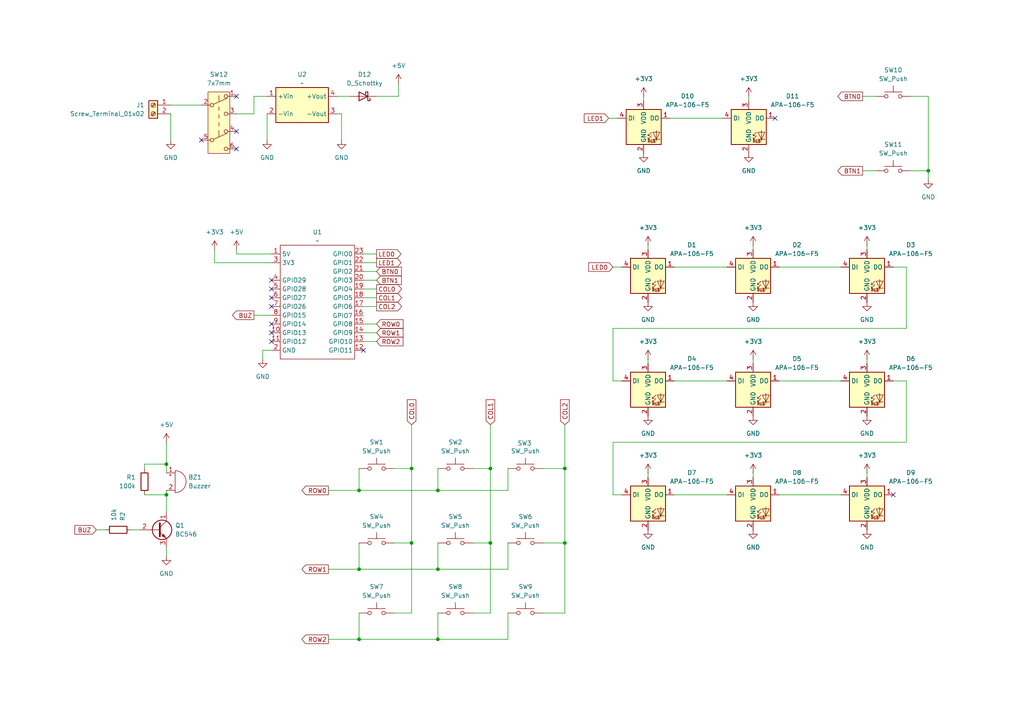
<source format=kicad_sch>
(kicad_sch (version 20250114) (generator "eeschema") (generator_version "9.0")
  (paper "A4")
  (lib_symbols
    (symbol "Connector:Screw_Terminal_01x02" (pin_names (offset 1.016) (hide yes))
      (property "Reference" "J" (at 0 2.54 0))
      (property "Value" "Screw_Terminal_01x02" (at 0 -5.08 0))
      (symbol "Screw_Terminal_01x02_1_1"
        (rectangle (start -1.27 1.27) (end 1.27 -3.81) (stroke (width 0.254)) (fill (type background)))
        (polyline (pts (xy -0.5334 0.3302) (xy 0.3302 -0.508)) (stroke (width 0.1524)))
        (polyline (pts (xy -0.5334 -2.2098) (xy 0.3302 -3.048)) (stroke (width 0.1524)))
        (polyline (pts (xy -0.3556 0.508) (xy 0.508 -0.3302)) (stroke (width 0.1524)))
        (polyline (pts (xy -0.3556 -2.032) (xy 0.508 -2.8702)) (stroke (width 0.1524)))
        (circle (center 0 0) (radius 0.635) (stroke (width 0.1524)))
        (circle (center 0 -2.54) (radius 0.635) (stroke (width 0.1524)))
        (pin passive line (at -5.08 0 0) (length 3.81) (name "Pin_1") (number "1"))
        (pin passive line (at -5.08 -2.54 0) (length 3.81) (name "Pin_2") (number "2"))
      )
    )
    (symbol "Device:Buzzer" (pin_names (offset 0.0254) (hide yes))
      (property "Reference" "BZ" (at 3.81 1.27 0))
      (property "Value" "Buzzer" (at 3.81 -1.27 0))
      (symbol "Buzzer_0_1"
        (polyline (pts (xy -1.651 1.905) (xy -1.143 1.905)))
        (polyline (pts (xy -1.397 2.159) (xy -1.397 1.651)))
        (arc (start 0 3.175) (mid 3.1612 0) (end 0 -3.175))
        (polyline (pts (xy 0 3.175) (xy 0 -3.175)))
      )
      (symbol "Buzzer_1_1"
        (pin passive line (at -2.54 2.54 0) (length 2.54) (name "+") (number "1"))
        (pin passive line (at -2.54 -2.54 0) (length 2.54) (name "-") (number "2"))
      )
    )
    (symbol "Device:D_Schottky" (pin_numbers (hide yes)) (pin_names (offset 1.016) (hide yes))
      (property "Reference" "D" (at 0 2.54 0))
      (property "Value" "D_Schottky" (at 0 -2.54 0))
      (symbol "D_Schottky_0_1"
        (polyline (pts (xy -1.905 0.635) (xy -1.905 1.27) (xy -1.27 1.27) (xy -1.27 -1.27) (xy -0.635 -1.27) (xy -0.635 -0.635)) (stroke (width 0.254)))
        (polyline (pts (xy 1.27 1.27) (xy 1.27 -1.27) (xy -1.27 0) (xy 1.27 1.27)) (stroke (width 0.254)))
        (polyline (pts (xy 1.27 0) (xy -1.27 0)))
      )
      (symbol "D_Schottky_1_1"
        (pin passive line (at -3.81 0 0) (length 2.54) (name "K") (number "1"))
        (pin passive line (at 3.81 0 180) (length 2.54) (name "A") (number "2"))
      )
    )
    (symbol "Device:R" (pin_numbers (hide yes)) (pin_names (offset 0))
      (property "Reference" "R" (at 2.032 0 90))
      (property "Value" "R" (at 0 0 90))
      (symbol "R_0_1"
        (rectangle (start -1.016 -2.54) (end 1.016 2.54) (stroke (width 0.254)))
      )
      (symbol "R_1_1"
        (pin passive line (at 0 3.81 270) (length 1.27) (name "~") (number "1"))
        (pin passive line (at 0 -3.81 90) (length 1.27) (name "~") (number "2"))
      )
    )
    (symbol "Krouzek:DC-DC"
      (property "Reference" "U" (at -6.858 -6.35 0))
      (symbol "DC-DC_0_1"
        (rectangle (start -7.62 5.08) (end 7.62 -5.08) (stroke (width 0.254)) (fill (type background)))
      )
      (symbol "DC-DC_1_1"
        (pin power_in line (at -10.16 2.54 0) (length 2.54) (name "+Vin") (number "1"))
        (pin power_in line (at -10.16 -2.54 0) (length 2.54) (name "-Vin") (number "2"))
        (pin power_out line (at 10.16 2.54 180) (length 2.54) (name "+Vout") (number "4"))
        (pin power_out line (at 10.16 -2.54 180) (length 2.54) (name "-Vout") (number "3"))
      )
    )
    (symbol "Krouzek:SW_Push_DPDT" (pin_names (offset 0) (hide yes))
      (property "Reference" "SW4" (at 0 13.97 0))
      (property "Value" "7x7mm" (at 0 11.43 0))
      (symbol "SW_Push_DPDT_0_0"
        (circle (center -2.032 5.08) (radius 0.508))
        (circle (center -2.032 -5.08) (radius 0.508))
        (circle (center 2.032 2.54) (radius 0.508))
        (circle (center 2.032 -7.62) (radius 0.508))
      )
      (symbol "SW_Push_DPDT_0_1"
        (polyline (pts (xy -1.524 5.334) (xy 2.3368 7.0612)))
        (polyline (pts (xy -1.524 -4.826) (xy 2.3368 -3.0988)))
        (polyline (pts (xy 0 7.874) (xy 0 6.096)))
        (polyline (pts (xy 0 3.556) (xy 0 4.572)))
        (polyline (pts (xy 0 1.27) (xy 0 2.286)))
        (polyline (pts (xy 0 -1.016) (xy 0 0)))
        (polyline (pts (xy 0 -2.286) (xy 0 -4.064)))
        (circle (center 2.032 7.62) (radius 0.508))
        (circle (center 2.032 -2.54) (radius 0.508))
      )
      (symbol "SW_Push_DPDT_1_1"
        (rectangle (start -3.175 8.89) (end 3.175 -8.89) (fill (type background)))
        (pin passive line (at -5.08 5.08 0) (length 2.54) (name "B") (number "2"))
        (pin passive line (at -5.08 -5.08 0) (length 2.54) (name "B") (number "5"))
        (pin passive line (at 5.08 7.62 180) (length 2.54) (name "A") (number "1"))
        (pin passive line (at 5.08 2.54 180) (length 2.54) (name "C") (number "3"))
        (pin passive line (at 5.08 -2.54 180) (length 2.54) (name "A") (number "4"))
        (pin passive line (at 5.08 -7.62 180) (length 2.54) (name "C") (number "6"))
      )
    )
    (symbol "Krouzek:Waveshare_RP2040"
      (property "Reference" "U" (at -9.398 11.176 0))
      (symbol "Waveshare_RP2040_0_1"
        (polyline (pts (xy -10.16 10.16) (xy -10.16 -22.86) (xy 11.43 -22.86) (xy 11.43 10.16) (xy -10.16 10.16)))
      )
      (symbol "Waveshare_RP2040_1_1"
        (pin unspecified line (at -12.7 7.62 0) (length 2.54) (name "5V") (number "1"))
        (pin unspecified line (at -12.7 5.08 0) (length 2.54) (name "3V3") (number "3"))
        (pin bidirectional line (at -12.7 0 0) (length 2.54) (name "GPIO29") (number "4"))
        (pin bidirectional line (at -12.7 -2.54 0) (length 2.54) (name "GPIO28") (number "5"))
        (pin bidirectional line (at -12.7 -5.08 0) (length 2.54) (name "GPIO27") (number "6"))
        (pin bidirectional line (at -12.7 -7.62 0) (length 2.54) (name "GPIO26") (number "7"))
        (pin bidirectional line (at -12.7 -10.16 0) (length 2.54) (name "GPIO15") (number "8"))
        (pin bidirectional line (at -12.7 -12.7 0) (length 2.54) (name "GPIO14") (number "9"))
        (pin bidirectional line (at -12.7 -15.24 0) (length 2.54) (name "GPIO13") (number "10"))
        (pin bidirectional line (at -12.7 -17.78 0) (length 2.54) (name "GPIO12") (number "11"))
        (pin power_in line (at -12.7 -20.32 0) (length 2.54) (name "GND") (number "2"))
        (pin bidirectional line (at 13.9298 -10.2815 180) (length 2.54) (name "GPIO7") (number "16"))
        (pin bidirectional line (at 13.97 7.62 180) (length 2.54) (name "GPIO0") (number "23"))
        (pin bidirectional line (at 13.97 5.08 180) (length 2.54) (name "GPIO1") (number "22"))
        (pin bidirectional line (at 13.97 2.54 180) (length 2.54) (name "GPIO2") (number "21"))
        (pin bidirectional line (at 13.97 0 180) (length 2.54) (name "GPIO3") (number "20"))
        (pin bidirectional line (at 13.97 -2.54 180) (length 2.54) (name "GPIO4") (number "19"))
        (pin bidirectional line (at 13.97 -5.08 180) (length 2.54) (name "GPIO5") (number "18"))
        (pin bidirectional line (at 13.97 -7.62 180) (length 2.54) (name "GPIO6") (number "17"))
        (pin bidirectional line (at 13.97 -12.7 180) (length 2.54) (name "GPIO8") (number "15"))
        (pin bidirectional line (at 13.97 -15.24 180) (length 2.54) (name "GPIO9") (number "14"))
        (pin bidirectional line (at 13.97 -17.78 180) (length 2.54) (name "GPIO10") (number "13"))
        (pin bidirectional line (at 13.97 -20.32 180) (length 2.54) (name "GPIO11") (number "12"))
      )
    )
    (symbol "LED:APA-106-F5"
      (property "Reference" "D" (at 5.08 5.715 0))
      (property "Value" "APA-106-F5" (at 1.27 -5.715 0))
      (symbol "APA-106-F5_0_0"
        (text "RGB" (at 2.286 -4.191 0) (effects (font (size 0.762 0.762))))
      )
      (symbol "APA-106-F5_0_1"
        (polyline (pts (xy 1.27 -2.54) (xy 1.778 -2.54)))
        (polyline (pts (xy 1.27 -3.556) (xy 1.778 -3.556)))
        (polyline (pts (xy 2.286 -1.524) (xy 1.27 -2.54) (xy 1.27 -2.032)))
        (polyline (pts (xy 2.286 -2.54) (xy 1.27 -3.556) (xy 1.27 -3.048)))
        (polyline (pts (xy 3.683 -1.016) (xy 3.683 -3.556) (xy 3.683 -4.064)))
        (polyline (pts (xy 4.699 -1.524) (xy 2.667 -1.524) (xy 3.683 -3.556) (xy 4.699 -1.524)))
        (polyline (pts (xy 4.699 -3.556) (xy 2.667 -3.556)))
        (rectangle (start 5.08 5.08) (end -5.08 -5.08) (stroke (width 0.254)) (fill (type background)))
      )
      (symbol "APA-106-F5_1_1"
        (pin input line (at -7.62 2.54 0) (length 2.54) (name "DI") (number "4"))
        (pin power_in line (at 0 7.62 270) (length 2.54) (name "VDD") (number "3"))
        (pin power_in line (at 0 -7.62 90) (length 2.54) (name "GND") (number "2"))
        (pin output line (at 7.62 2.54 180) (length 2.54) (name "DO") (number "1"))
      )
    )
    (symbol "Switch:SW_Push" (pin_numbers (hide yes)) (pin_names (offset 1.016) (hide yes))
      (property "Reference" "SW" (at 1.27 2.54 0))
      (property "Value" "SW_Push" (at 0 -1.524 0))
      (symbol "SW_Push_0_1"
        (circle (center -2.032 0) (radius 0.508))
        (polyline (pts (xy 0 1.27) (xy 0 3.048)))
        (circle (center 2.032 0) (radius 0.508))
        (polyline (pts (xy 2.54 1.27) (xy -2.54 1.27)))
        (pin passive line (at -5.08 0 0) (length 2.54) (name "1") (number "1"))
        (pin passive line (at 5.08 0 180) (length 2.54) (name "2") (number "2"))
      )
    )
    (symbol "Transistor_BJT:BC546" (pin_names (offset 0) (hide yes))
      (property "Reference" "Q" (at 5.08 1.905 0))
      (property "Value" "BC546" (at 5.08 0 0))
      (symbol "BC546_0_1"
        (polyline (pts (xy -2.54 0) (xy 0.635 0)))
        (polyline (pts (xy 0.635 1.905) (xy 0.635 -1.905)) (stroke (width 0.508)))
        (circle (center 1.27 0) (radius 2.8194) (stroke (width 0.254)))
      )
      (symbol "BC546_1_1"
        (polyline (pts (xy 0.635 0.635) (xy 2.54 2.54)))
        (polyline (pts (xy 0.635 -0.635) (xy 2.54 -2.54)))
        (polyline (pts (xy 1.27 -1.778) (xy 1.778 -1.27) (xy 2.286 -2.286) (xy 1.27 -1.778)) (fill (type outline)))
        (pin input line (at -5.08 0 0) (length 2.54) (name "B") (number "2"))
        (pin passive line (at 2.54 5.08 270) (length 2.54) (name "C") (number "1"))
        (pin passive line (at 2.54 -5.08 90) (length 2.54) (name "E") (number "3"))
      )
    )
    (symbol "power:+3V3" (power) (pin_numbers (hide yes)) (pin_names (offset 0) (hide yes))
      (property "Value" "+3V3" (at 0 3.556 0))
      (symbol "+3V3_0_1"
        (polyline (pts (xy -0.762 1.27) (xy 0 2.54)))
        (polyline (pts (xy 0 2.54) (xy 0.762 1.27)))
        (polyline (pts (xy 0 0) (xy 0 2.54)))
      )
      (symbol "+3V3_1_1"
        (pin power_in line (at 0 0 90) (length 0) (name "~") (number "1"))
      )
    )
    (symbol "power:+5V" (power) (pin_numbers (hide yes)) (pin_names (offset 0) (hide yes))
      (property "Value" "+5V" (at 0 3.556 0))
      (symbol "+5V_0_1"
        (polyline (pts (xy -0.762 1.27) (xy 0 2.54)))
        (polyline (pts (xy 0 2.54) (xy 0.762 1.27)))
        (polyline (pts (xy 0 0) (xy 0 2.54)))
      )
      (symbol "+5V_1_1"
        (pin power_in line (at 0 0 90) (length 0) (name "~") (number "1"))
      )
    )
    (symbol "power:GND" (power) (pin_numbers (hide yes)) (pin_names (offset 0) (hide yes))
      (property "Value" "GND" (at 0 -3.81 0))
      (symbol "GND_0_1"
        (polyline (pts (xy 0 0) (xy 0 -1.27) (xy 1.27 -1.27) (xy 0 -2.54) (xy -1.27 -1.27) (xy 0 -1.27)))
      )
      (symbol "GND_1_1"
        (pin power_in line (at 0 0 270) (length 0) (name "~") (number "1"))
      )
    )
  )
  (junction (at 104.14 165.1))
  (junction (at 104.14 185.42))
  (junction (at 142.24 157.48))
  (junction (at 127 185.42))
  (junction (at 119.38 157.48))
  (junction (at 119.38 135.89))
  (junction (at 163.83 157.48))
  (junction (at 142.24 135.89))
  (junction (at 127 142.24))
  (junction (at 163.83 135.89))
  (junction (at 269.24 49.53))
  (junction (at 48.26 134.62))
  (junction (at 104.14 142.24))
  (junction (at 127 165.1))
  (junction (at 48.26 143.51))
  (no_connect (at 58.42 40.64))
  (no_connect (at 259.08 143.51))
  (no_connect (at 78.74 88.9))
  (no_connect (at 78.74 83.82))
  (no_connect (at 78.74 81.28))
  (no_connect (at 224.79 34.29))
  (no_connect (at 68.58 38.1))
  (no_connect (at 78.74 99.06))
  (no_connect (at 78.74 86.36))
  (no_connect (at 105.41 101.6))
  (no_connect (at 78.74 96.52))
  (no_connect (at 68.58 43.18))
  (no_connect (at 78.74 93.98))
  (no_connect (at 68.58 27.94))
  (wire (pts (xy 142.24 177.8) (xy 142.24 157.48)))
  (wire (pts (xy 119.38 157.48) (xy 119.38 135.89)))
  (wire (pts (xy 218.44 71.12) (xy 218.44 72.39)))
  (wire (pts (xy 49.53 30.48) (xy 58.42 30.48)))
  (wire (pts (xy 105.41 78.74) (xy 109.22 78.74)))
  (wire (pts (xy 137.16 135.89) (xy 142.24 135.89)))
  (wire (pts (xy 77.47 33.02) (xy 77.47 40.64)))
  (wire (pts (xy 105.41 73.66) (xy 109.22 73.66)))
  (wire (pts (xy 95.25 165.1) (xy 104.14 165.1)))
  (wire (pts (xy 78.74 76.2) (xy 62.23 76.2)))
  (wire (pts (xy 97.79 33.02) (xy 99.06 33.02)))
  (wire (pts (xy 41.91 135.89) (xy 41.91 134.62)))
  (wire (pts (xy 250.19 49.53) (xy 254 49.53)))
  (wire (pts (xy 217.17 27.94) (xy 217.17 29.21)))
  (wire (pts (xy 163.83 135.89) (xy 163.83 123.19)))
  (wire (pts (xy 105.41 88.9) (xy 109.22 88.9)))
  (wire (pts (xy 97.79 27.94) (xy 101.6 27.94)))
  (wire (pts (xy 104.14 165.1) (xy 127 165.1)))
  (wire (pts (xy 142.24 157.48) (xy 142.24 135.89)))
  (wire (pts (xy 186.69 27.94) (xy 186.69 29.21)))
  (wire (pts (xy 137.16 157.48) (xy 142.24 157.48)))
  (wire (pts (xy 147.32 185.42) (xy 147.32 177.8)))
  (wire (pts (xy 73.66 33.02) (xy 73.66 27.94)))
  (wire (pts (xy 262.89 128.27) (xy 177.8 128.27)))
  (wire (pts (xy 176.53 34.29) (xy 179.07 34.29)))
  (wire (pts (xy 48.26 143.51) (xy 48.26 148.59)))
  (wire (pts (xy 105.41 93.98) (xy 109.22 93.98)))
  (wire (pts (xy 250.19 27.94) (xy 254 27.94)))
  (wire (pts (xy 104.14 157.48) (xy 104.14 165.1)))
  (wire (pts (xy 218.44 104.14) (xy 218.44 105.41)))
  (wire (pts (xy 251.46 137.16) (xy 251.46 138.43)))
  (wire (pts (xy 105.41 86.36) (xy 109.22 86.36)))
  (wire (pts (xy 104.14 135.89) (xy 104.14 142.24)))
  (wire (pts (xy 264.16 49.53) (xy 269.24 49.53)))
  (wire (pts (xy 142.24 135.89) (xy 142.24 123.19)))
  (wire (pts (xy 73.66 27.94) (xy 77.47 27.94)))
  (wire (pts (xy 105.41 96.52) (xy 109.22 96.52)))
  (wire (pts (xy 163.83 157.48) (xy 163.83 135.89)))
  (wire (pts (xy 109.22 27.94) (xy 115.57 27.94)))
  (wire (pts (xy 251.46 71.12) (xy 251.46 72.39)))
  (wire (pts (xy 115.57 24.13) (xy 115.57 27.94)))
  (wire (pts (xy 157.48 177.8) (xy 163.83 177.8)))
  (wire (pts (xy 127 157.48) (xy 127 165.1)))
  (wire (pts (xy 226.06 143.51) (xy 243.84 143.51)))
  (wire (pts (xy 147.32 142.24) (xy 147.32 135.89)))
  (wire (pts (xy 259.08 77.47) (xy 262.89 77.47)))
  (wire (pts (xy 195.58 143.51) (xy 210.82 143.51)))
  (wire (pts (xy 114.3 135.89) (xy 119.38 135.89)))
  (wire (pts (xy 104.14 177.8) (xy 104.14 185.42)))
  (wire (pts (xy 226.06 77.47) (xy 243.84 77.47)))
  (wire (pts (xy 48.26 142.24) (xy 48.26 143.51)))
  (wire (pts (xy 269.24 49.53) (xy 269.24 52.07)))
  (wire (pts (xy 177.8 128.27) (xy 177.8 143.51)))
  (wire (pts (xy 251.46 104.14) (xy 251.46 105.41)))
  (wire (pts (xy 157.48 135.89) (xy 163.83 135.89)))
  (wire (pts (xy 95.25 185.42) (xy 104.14 185.42)))
  (wire (pts (xy 62.23 76.2) (xy 62.23 72.39)))
  (wire (pts (xy 262.89 77.47) (xy 262.89 95.25)))
  (wire (pts (xy 226.06 110.49) (xy 243.84 110.49)))
  (wire (pts (xy 269.24 49.53) (xy 269.24 27.94)))
  (wire (pts (xy 187.96 137.16) (xy 187.96 138.43)))
  (wire (pts (xy 41.91 143.51) (xy 48.26 143.51)))
  (wire (pts (xy 195.58 77.47) (xy 210.82 77.47)))
  (wire (pts (xy 127 185.42) (xy 147.32 185.42)))
  (wire (pts (xy 177.8 77.47) (xy 180.34 77.47)))
  (wire (pts (xy 114.3 157.48) (xy 119.38 157.48)))
  (wire (pts (xy 68.58 33.02) (xy 73.66 33.02)))
  (wire (pts (xy 194.31 34.29) (xy 209.55 34.29)))
  (wire (pts (xy 78.74 101.6) (xy 76.2 101.6)))
  (wire (pts (xy 147.32 165.1) (xy 147.32 157.48)))
  (wire (pts (xy 48.26 161.29) (xy 48.26 158.75)))
  (wire (pts (xy 104.14 185.42) (xy 127 185.42)))
  (wire (pts (xy 99.06 33.02) (xy 99.06 40.64)))
  (wire (pts (xy 114.3 177.8) (xy 119.38 177.8)))
  (wire (pts (xy 119.38 135.89) (xy 119.38 123.19)))
  (wire (pts (xy 157.48 157.48) (xy 163.83 157.48)))
  (wire (pts (xy 127 135.89) (xy 127 142.24)))
  (wire (pts (xy 68.58 73.66) (xy 68.58 72.39)))
  (wire (pts (xy 127 177.8) (xy 127 185.42)))
  (wire (pts (xy 259.08 110.49) (xy 262.89 110.49)))
  (wire (pts (xy 177.8 143.51) (xy 180.34 143.51)))
  (wire (pts (xy 41.91 134.62) (xy 48.26 134.62)))
  (wire (pts (xy 76.2 101.6) (xy 76.2 104.14)))
  (wire (pts (xy 104.14 142.24) (xy 127 142.24)))
  (wire (pts (xy 105.41 99.06) (xy 109.22 99.06)))
  (wire (pts (xy 262.89 95.25) (xy 177.8 95.25)))
  (wire (pts (xy 127 165.1) (xy 147.32 165.1)))
  (wire (pts (xy 264.16 27.94) (xy 269.24 27.94)))
  (wire (pts (xy 119.38 177.8) (xy 119.38 157.48)))
  (wire (pts (xy 27.94 153.67) (xy 30.48 153.67)))
  (wire (pts (xy 262.89 110.49) (xy 262.89 128.27)))
  (wire (pts (xy 105.41 83.82) (xy 109.22 83.82)))
  (wire (pts (xy 177.8 95.25) (xy 177.8 110.49)))
  (wire (pts (xy 218.44 137.16) (xy 218.44 138.43)))
  (wire (pts (xy 48.26 134.62) (xy 48.26 137.16)))
  (wire (pts (xy 177.8 110.49) (xy 180.34 110.49)))
  (wire (pts (xy 49.53 33.02) (xy 49.53 40.64)))
  (wire (pts (xy 137.16 177.8) (xy 142.24 177.8)))
  (wire (pts (xy 95.25 142.24) (xy 104.14 142.24)))
  (wire (pts (xy 163.83 177.8) (xy 163.83 157.48)))
  (wire (pts (xy 195.58 110.49) (xy 210.82 110.49)))
  (wire (pts (xy 127 142.24) (xy 147.32 142.24)))
  (wire (pts (xy 38.1 153.67) (xy 40.64 153.67)))
  (wire (pts (xy 78.74 73.66) (xy 68.58 73.66)))
  (wire (pts (xy 105.41 76.2) (xy 109.22 76.2)))
  (wire (pts (xy 105.41 81.28) (xy 109.22 81.28)))
  (wire (pts (xy 187.96 71.12) (xy 187.96 72.39)))
  (wire (pts (xy 73.66 91.44) (xy 78.74 91.44)))
  (wire (pts (xy 48.26 128.27) (xy 48.26 134.62)))
  (wire (pts (xy 187.96 104.14) (xy 187.96 105.41)))
  (global_label "LED0" (shape output) (at 109.22 73.66 0) (property "Intersheetrefs" "${INTERSHEET_REFS}" (effects (hide yes))))
  (global_label "LED0" (shape input) (at 177.8 77.47 180) (property "Intersheetrefs" "${INTERSHEET_REFS}" (effects (hide yes))))
  (global_label "ROW1" (shape output) (at 95.25 165.1 180) (property "Intersheetrefs" "${INTERSHEET_REFS}" (effects (hide yes))))
  (global_label "LED1" (shape input) (at 176.53 34.29 180) (property "Intersheetrefs" "${INTERSHEET_REFS}" (effects (hide yes))))
  (global_label "COL0" (shape input) (at 119.38 123.19 90) (property "Intersheetrefs" "${INTERSHEET_REFS}" (effects (hide yes))))
  (global_label "BTN0" (shape input) (at 109.22 78.74 0) (property "Intersheetrefs" "${INTERSHEET_REFS}" (effects (hide yes))))
  (global_label "COL1" (shape input) (at 142.24 123.19 90) (property "Intersheetrefs" "${INTERSHEET_REFS}" (effects (hide yes))))
  (global_label "BUZ" (shape output) (at 73.66 91.44 180) (property "Intersheetrefs" "${INTERSHEET_REFS}" (effects (hide yes))))
  (global_label "ROW2" (shape input) (at 109.22 99.06 0) (property "Intersheetrefs" "${INTERSHEET_REFS}" (effects (hide yes))))
  (global_label "COL2" (shape input) (at 163.83 123.19 90) (property "Intersheetrefs" "${INTERSHEET_REFS}" (effects (hide yes))))
  (global_label "BTN0" (shape output) (at 250.19 27.94 180) (property "Intersheetrefs" "${INTERSHEET_REFS}" (effects (hide yes))))
  (global_label "LED1" (shape output) (at 109.22 76.2 0) (property "Intersheetrefs" "${INTERSHEET_REFS}" (effects (hide yes))))
  (global_label "ROW0" (shape output) (at 95.25 142.24 180) (property "Intersheetrefs" "${INTERSHEET_REFS}" (effects (hide yes))))
  (global_label "BUZ" (shape input) (at 27.94 153.67 180) (property "Intersheetrefs" "${INTERSHEET_REFS}" (effects (hide yes))))
  (global_label "ROW2" (shape output) (at 95.25 185.42 180) (property "Intersheetrefs" "${INTERSHEET_REFS}" (effects (hide yes))))
  (global_label "ROW1" (shape input) (at 109.22 96.52 0) (property "Intersheetrefs" "${INTERSHEET_REFS}" (effects (hide yes))))
  (global_label "COL2" (shape output) (at 109.22 88.9 0) (property "Intersheetrefs" "${INTERSHEET_REFS}" (effects (hide yes))))
  (global_label "BTN1" (shape input) (at 109.22 81.28 0) (property "Intersheetrefs" "${INTERSHEET_REFS}" (effects (hide yes))))
  (global_label "ROW0" (shape input) (at 109.22 93.98 0) (property "Intersheetrefs" "${INTERSHEET_REFS}" (effects (hide yes))))
  (global_label "BTN1" (shape output) (at 250.19 49.53 180) (property "Intersheetrefs" "${INTERSHEET_REFS}" (effects (hide yes))))
  (global_label "COL1" (shape output) (at 109.22 86.36 0) (property "Intersheetrefs" "${INTERSHEET_REFS}" (effects (hide yes))))
  (global_label "COL0" (shape output) (at 109.22 83.82 0) (property "Intersheetrefs" "${INTERSHEET_REFS}" (effects (hide yes))))
  (symbol (lib_id "Switch:SW_Push") (at 152.4 157.48 0) (unit 1)
    (property "Reference" "SW6" (at 152.4 149.86 0))
    (property "Value" "SW_Push" (at 152.4 152.4 0))
    (property "Footprint" "Button_Switch_THT:SW_PUSH_6mm_H5mm" (effects (hide yes)))
    (property "Description" "Push button switch, generic, two pins" (effects (hide yes)))
  )
  (symbol (lib_id "Switch:SW_Push") (at 109.22 157.48 0) (unit 1)
    (property "Reference" "SW4" (at 109.22 149.86 0))
    (property "Value" "SW_Push" (at 109.22 152.4 0))
    (property "Footprint" "Button_Switch_THT:SW_PUSH_6mm_H5mm" (effects (hide yes)))
    (property "Description" "Push button switch, generic, two pins" (effects (hide yes)))
  )
  (symbol (lib_id "power:GND") (at 218.44 87.63 0) (unit 1)
    (property "Reference" "#PWR02" (effects (hide yes)))
    (property "Value" "GND" (at 218.44 92.71 0))
    (property "Description" "Power symbol creates a global label with name \"GND\" , ground" (effects (hide yes)))
  )
  (symbol (lib_id "Switch:SW_Push") (at 132.08 135.89 0) (unit 1)
    (property "Reference" "SW2" (at 132.08 128.27 0))
    (property "Value" "SW_Push" (at 132.08 130.81 0))
    (property "Footprint" "Button_Switch_THT:SW_PUSH_6mm_H5mm" (effects (hide yes)))
    (property "Description" "Push button switch, generic, two pins" (effects (hide yes)))
  )
  (symbol (lib_id "Switch:SW_Push") (at 132.08 177.8 0) (unit 1)
    (property "Reference" "SW8" (at 132.08 170.18 0))
    (property "Value" "SW_Push" (at 132.08 172.72 0))
    (property "Footprint" "Button_Switch_THT:SW_PUSH_6mm_H5mm" (effects (hide yes)))
    (property "Description" "Push button switch, generic, two pins" (effects (hide yes)))
  )
  (symbol (lib_id "LED:APA-106-F5") (at 218.44 113.03 0) (unit 1)
    (property "Reference" "D5" (at 231.14 104.0698 0))
    (property "Value" "APA-106-F5" (at 231.14 106.6098 0))
    (property "Footprint" "Krouzek:LED_D5.0mm-4_RGB" (effects (hide yes)))
    (property "Datasheet" "https://cdn.sparkfun.com/datasheets/Components/LED/COM-12877.pdf" (effects (hide yes)))
    (property "Description" "RGB LED with integrated controller, 5mm Package" (effects (hide yes)))
  )
  (symbol (lib_id "power:+3V3") (at 251.46 137.16 0) (unit 1)
    (property "Reference" "#PWR018" (effects (hide yes)))
    (property "Value" "+3V3" (at 251.46 132.08 0))
    (property "Description" "Power symbol creates a global label with name \"+3V3\"" (effects (hide yes)))
  )
  (symbol (lib_id "Connector:Screw_Terminal_01x02") (at 44.45 30.48 0) (mirror y) (unit 1)
    (property "Reference" "J1" (at 41.91 30.4799 0) (effects (justify left)))
    (property "Value" "Screw_Terminal_01x02" (at 41.91 33.0199 0) (effects (justify left)))
    (property "Footprint" "TerminalBlock_4Ucon:TerminalBlock_4Ucon_1x02_P3.50mm_Horizontal" (effects (hide yes)))
    (property "Description" "Generic screw terminal, single row, 01x02, script generated (kicad-library-utils/schlib/autogen/connector/)" (effects (hide yes)))
  )
  (symbol (lib_id "power:+3V3") (at 218.44 71.12 0) (unit 1)
    (property "Reference" "#PWR011" (effects (hide yes)))
    (property "Value" "+3V3" (at 218.44 66.04 0))
    (property "Description" "Power symbol creates a global label with name \"+3V3\"" (effects (hide yes)))
  )
  (symbol (lib_id "LED:APA-106-F5") (at 186.69 36.83 0) (unit 1)
    (property "Reference" "D10" (at 199.39 27.8698 0))
    (property "Value" "APA-106-F5" (at 199.39 30.4098 0))
    (property "Footprint" "Krouzek:LED_D5.0mm-4_RGB" (effects (hide yes)))
    (property "Datasheet" "https://cdn.sparkfun.com/datasheets/Components/LED/COM-12877.pdf" (effects (hide yes)))
    (property "Description" "RGB LED with integrated controller, 5mm Package" (effects (hide yes)))
  )
  (symbol (lib_id "power:GND") (at 49.53 40.64 0) (unit 1)
    (property "Reference" "#PWR027" (effects (hide yes)))
    (property "Value" "GND" (at 49.53 45.72 0))
    (property "Description" "Power symbol creates a global label with name \"GND\" , ground" (effects (hide yes)))
  )
  (symbol (lib_id "Device:R") (at 34.29 153.67 270) (mirror x) (unit 1)
    (property "Reference" "R2" (at 35.5601 151.13 0) (effects (justify left)))
    (property "Value" "10k" (at 33.0201 151.13 0) (effects (justify left)))
    (property "Footprint" "Resistor_THT:R_Axial_DIN0207_L6.3mm_D2.5mm_P7.62mm_Horizontal" (effects (hide yes)))
    (property "Description" "Resistor" (effects (hide yes)))
  )
  (symbol (lib_id "power:+3V3") (at 251.46 71.12 0) (unit 1)
    (property "Reference" "#PWR012" (effects (hide yes)))
    (property "Value" "+3V3" (at 251.46 66.04 0))
    (property "Description" "Power symbol creates a global label with name \"+3V3\"" (effects (hide yes)))
  )
  (symbol (lib_id "LED:APA-106-F5") (at 187.96 113.03 0) (unit 1)
    (property "Reference" "D4" (at 200.66 104.0698 0))
    (property "Value" "APA-106-F5" (at 200.66 106.6098 0))
    (property "Footprint" "Krouzek:LED_D5.0mm-4_RGB" (effects (hide yes)))
    (property "Datasheet" "https://cdn.sparkfun.com/datasheets/Components/LED/COM-12877.pdf" (effects (hide yes)))
    (property "Description" "RGB LED with integrated controller, 5mm Package" (effects (hide yes)))
  )
  (symbol (lib_id "Switch:SW_Push") (at 132.08 157.48 0) (unit 1)
    (property "Reference" "SW5" (at 132.08 149.86 0))
    (property "Value" "SW_Push" (at 132.08 152.4 0))
    (property "Footprint" "Button_Switch_THT:SW_PUSH_6mm_H5mm" (effects (hide yes)))
    (property "Description" "Push button switch, generic, two pins" (effects (hide yes)))
  )
  (symbol (lib_id "LED:APA-106-F5") (at 187.96 80.01 0) (unit 1)
    (property "Reference" "D1" (at 200.66 71.0498 0))
    (property "Value" "APA-106-F5" (at 200.66 73.5898 0))
    (property "Footprint" "Krouzek:LED_D5.0mm-4_RGB" (effects (hide yes)))
    (property "Datasheet" "https://cdn.sparkfun.com/datasheets/Components/LED/COM-12877.pdf" (effects (hide yes)))
    (property "Description" "RGB LED with integrated controller, 5mm Package" (effects (hide yes)))
  )
  (symbol (lib_id "Transistor_BJT:BC546") (at 45.72 153.67 0) (unit 1)
    (property "Reference" "Q1" (at 50.8 152.3999 0) (effects (justify left)))
    (property "Value" "BC546" (at 50.8 154.9399 0) (effects (justify left)))
    (property "Footprint" "Package_TO_SOT_THT:TO-92_Inline_Wide" (effects (hide yes)))
    (property "Datasheet" "https://www.onsemi.com/pub/Collateral/BC550-D.pdf" (effects (hide yes)))
    (property "Description" "0.1A Ic, 65V Vce, Small Signal NPN Transistor, TO-92" (effects (hide yes)))
  )
  (symbol (lib_id "power:+3V3") (at 62.23 72.39 0) (unit 1)
    (property "Reference" "#PWR031" (effects (hide yes)))
    (property "Value" "+3V3" (at 62.23 67.31 0))
    (property "Description" "Power symbol creates a global label with name \"+3V3\"" (effects (hide yes)))
  )
  (symbol (lib_id "power:GND") (at 251.46 153.67 0) (unit 1)
    (property "Reference" "#PWR09" (effects (hide yes)))
    (property "Value" "GND" (at 251.46 158.75 0))
    (property "Description" "Power symbol creates a global label with name \"GND\" , ground" (effects (hide yes)))
  )
  (symbol (lib_id "power:GND") (at 186.69 44.45 0) (unit 1)
    (property "Reference" "#PWR020" (effects (hide yes)))
    (property "Value" "GND" (at 186.69 49.53 0))
    (property "Description" "Power symbol creates a global label with name \"GND\" , ground" (effects (hide yes)))
  )
  (symbol (lib_id "Krouzek:Waveshare_RP2040") (at 91.44 81.28 0) (unit 1)
    (property "Reference" "U1" (at 92.075 67.31 0))
    (property "Value" "~" (at 92.075 69.85 0))
    (property "Footprint" "Krouzek:Waveshare RP2040" (effects (hide yes)))
  )
  (symbol (lib_id "power:GND") (at 187.96 120.65 0) (unit 1)
    (property "Reference" "#PWR04" (effects (hide yes)))
    (property "Value" "GND" (at 187.96 125.73 0))
    (property "Description" "Power symbol creates a global label with name \"GND\" , ground" (effects (hide yes)))
  )
  (symbol (lib_id "LED:APA-106-F5") (at 218.44 146.05 0) (unit 1)
    (property "Reference" "D8" (at 231.14 137.0898 0))
    (property "Value" "APA-106-F5" (at 231.14 139.6298 0))
    (property "Footprint" "Krouzek:LED_D5.0mm-4_RGB" (effects (hide yes)))
    (property "Datasheet" "https://cdn.sparkfun.com/datasheets/Components/LED/COM-12877.pdf" (effects (hide yes)))
    (property "Description" "RGB LED with integrated controller, 5mm Package" (effects (hide yes)))
  )
  (symbol (lib_id "LED:APA-106-F5") (at 187.96 146.05 0) (unit 1)
    (property "Reference" "D7" (at 200.66 137.0898 0))
    (property "Value" "APA-106-F5" (at 200.66 139.6298 0))
    (property "Footprint" "Krouzek:LED_D5.0mm-4_RGB" (effects (hide yes)))
    (property "Datasheet" "https://cdn.sparkfun.com/datasheets/Components/LED/COM-12877.pdf" (effects (hide yes)))
    (property "Description" "RGB LED with integrated controller, 5mm Package" (effects (hide yes)))
  )
  (symbol (lib_id "Switch:SW_Push") (at 152.4 177.8 0) (unit 1)
    (property "Reference" "SW9" (at 152.4 170.18 0))
    (property "Value" "SW_Push" (at 152.4 172.72 0))
    (property "Footprint" "Button_Switch_THT:SW_PUSH_6mm_H5mm" (effects (hide yes)))
    (property "Description" "Push button switch, generic, two pins" (effects (hide yes)))
  )
  (symbol (lib_id "Switch:SW_Push") (at 259.08 49.53 0) (unit 1)
    (property "Reference" "SW11" (at 259.08 41.91 0))
    (property "Value" "SW_Push" (at 259.08 44.45 0))
    (property "Footprint" "Button_Switch_THT:SW_PUSH_6mm_H5mm" (effects (hide yes)))
    (property "Description" "Push button switch, generic, two pins" (effects (hide yes)))
  )
  (symbol (lib_id "power:GND") (at 99.06 40.64 0) (unit 1)
    (property "Reference" "#PWR028" (effects (hide yes)))
    (property "Value" "GND" (at 99.06 45.72 0))
    (property "Description" "Power symbol creates a global label with name \"GND\" , ground" (effects (hide yes)))
  )
  (symbol (lib_id "power:+3V3") (at 187.96 71.12 0) (unit 1)
    (property "Reference" "#PWR010" (effects (hide yes)))
    (property "Value" "+3V3" (at 187.96 66.04 0))
    (property "Description" "Power symbol creates a global label with name \"+3V3\"" (effects (hide yes)))
  )
  (symbol (lib_id "Switch:SW_Push") (at 109.22 177.8 0) (unit 1)
    (property "Reference" "SW7" (at 109.22 170.18 0))
    (property "Value" "SW_Push" (at 109.22 172.72 0))
    (property "Footprint" "Button_Switch_THT:SW_PUSH_6mm_H5mm" (effects (hide yes)))
    (property "Description" "Push button switch, generic, two pins" (effects (hide yes)))
  )
  (symbol (lib_id "power:+3V3") (at 187.96 104.14 0) (unit 1)
    (property "Reference" "#PWR015" (effects (hide yes)))
    (property "Value" "+3V3" (at 187.96 99.06 0))
    (property "Description" "Power symbol creates a global label with name \"+3V3\"" (effects (hide yes)))
  )
  (symbol (lib_id "power:GND") (at 251.46 120.65 0) (unit 1)
    (property "Reference" "#PWR06" (effects (hide yes)))
    (property "Value" "GND" (at 251.46 125.73 0))
    (property "Description" "Power symbol creates a global label with name \"GND\" , ground" (effects (hide yes)))
  )
  (symbol (lib_id "power:+5V") (at 68.58 72.39 0) (unit 1)
    (property "Reference" "#PWR030" (effects (hide yes)))
    (property "Value" "+5V" (at 68.58 67.31 0))
    (property "Description" "Power symbol creates a global label with name \"+5V\"" (effects (hide yes)))
  )
  (symbol (lib_id "power:+5V") (at 115.57 24.13 0) (unit 1)
    (property "Reference" "#PWR029" (effects (hide yes)))
    (property "Value" "+5V" (at 115.57 19.05 0))
    (property "Description" "Power symbol creates a global label with name \"+5V\"" (effects (hide yes)))
  )
  (symbol (lib_id "power:GND") (at 217.17 44.45 0) (unit 1)
    (property "Reference" "#PWR022" (effects (hide yes)))
    (property "Value" "GND" (at 217.17 49.53 0))
    (property "Description" "Power symbol creates a global label with name \"GND\" , ground" (effects (hide yes)))
  )
  (symbol (lib_id "power:GND") (at 218.44 120.65 0) (unit 1)
    (property "Reference" "#PWR05" (effects (hide yes)))
    (property "Value" "GND" (at 218.44 125.73 0))
    (property "Description" "Power symbol creates a global label with name \"GND\" , ground" (effects (hide yes)))
  )
  (symbol (lib_id "power:GND") (at 269.24 52.07 0) (unit 1)
    (property "Reference" "#PWR023" (effects (hide yes)))
    (property "Value" "GND" (at 269.24 57.15 0))
    (property "Description" "Power symbol creates a global label with name \"GND\" , ground" (effects (hide yes)))
  )
  (symbol (lib_id "power:+3V3") (at 218.44 137.16 0) (unit 1)
    (property "Reference" "#PWR017" (effects (hide yes)))
    (property "Value" "+3V3" (at 218.44 132.08 0))
    (property "Description" "Power symbol creates a global label with name \"+3V3\"" (effects (hide yes)))
  )
  (symbol (lib_id "power:GND") (at 76.2 104.14 0) (unit 1)
    (property "Reference" "#PWR032" (effects (hide yes)))
    (property "Value" "GND" (at 76.2 109.22 0))
    (property "Description" "Power symbol creates a global label with name \"GND\" , ground" (effects (hide yes)))
  )
  (symbol (lib_id "power:+3V3") (at 217.17 27.94 0) (unit 1)
    (property "Reference" "#PWR021" (effects (hide yes)))
    (property "Value" "+3V3" (at 217.17 22.86 0))
    (property "Description" "Power symbol creates a global label with name \"+3V3\"" (effects (hide yes)))
  )
  (symbol (lib_id "power:+3V3") (at 187.96 137.16 0) (unit 1)
    (property "Reference" "#PWR016" (effects (hide yes)))
    (property "Value" "+3V3" (at 187.96 132.08 0))
    (property "Description" "Power symbol creates a global label with name \"+3V3\"" (effects (hide yes)))
  )
  (symbol (lib_id "Switch:SW_Push") (at 109.22 135.89 0) (unit 1)
    (property "Reference" "SW1" (at 109.22 128.27 0))
    (property "Value" "SW_Push" (at 109.22 130.81 0))
    (property "Footprint" "Button_Switch_THT:SW_PUSH_6mm_H5mm" (effects (hide yes)))
    (property "Description" "Push button switch, generic, two pins" (effects (hide yes)))
  )
  (symbol (lib_id "power:GND") (at 251.46 87.63 0) (unit 1)
    (property "Reference" "#PWR03" (effects (hide yes)))
    (property "Value" "GND" (at 251.46 92.71 0))
    (property "Description" "Power symbol creates a global label with name \"GND\" , ground" (effects (hide yes)))
  )
  (symbol (lib_id "power:GND") (at 187.96 153.67 0) (unit 1)
    (property "Reference" "#PWR07" (effects (hide yes)))
    (property "Value" "GND" (at 187.96 158.75 0))
    (property "Description" "Power symbol creates a global label with name \"GND\" , ground" (effects (hide yes)))
  )
  (symbol (lib_id "power:+3V3") (at 251.46 104.14 0) (unit 1)
    (property "Reference" "#PWR013" (effects (hide yes)))
    (property "Value" "+3V3" (at 251.46 99.06 0))
    (property "Description" "Power symbol creates a global label with name \"+3V3\"" (effects (hide yes)))
  )
  (symbol (lib_id "LED:APA-106-F5") (at 218.44 80.01 0) (unit 1)
    (property "Reference" "D2" (at 231.14 71.0498 0))
    (property "Value" "APA-106-F5" (at 231.14 73.5898 0))
    (property "Footprint" "Krouzek:LED_D5.0mm-4_RGB" (effects (hide yes)))
    (property "Datasheet" "https://cdn.sparkfun.com/datasheets/Components/LED/COM-12877.pdf" (effects (hide yes)))
    (property "Description" "RGB LED with integrated controller, 5mm Package" (effects (hide yes)))
  )
  (symbol (lib_id "power:GND") (at 48.26 161.29 0) (unit 1)
    (property "Reference" "#PWR024" (effects (hide yes)))
    (property "Value" "GND" (at 48.26 166.37 0))
    (property "Description" "Power symbol creates a global label with name \"GND\" , ground" (effects (hide yes)))
  )
  (symbol (lib_id "Switch:SW_Push") (at 152.4 135.89 0) (unit 1)
    (property "Reference" "SW3" (at 152.146 128.524 0))
    (property "Value" "SW_Push" (at 152.4 130.81 0))
    (property "Footprint" "Button_Switch_THT:SW_PUSH_6mm_H5mm" (effects (hide yes)))
    (property "Description" "Push button switch, generic, two pins" (effects (hide yes)))
  )
  (symbol (lib_id "LED:APA-106-F5") (at 217.17 36.83 0) (unit 1)
    (property "Reference" "D11" (at 229.87 27.8698 0))
    (property "Value" "APA-106-F5" (at 229.87 30.4098 0))
    (property "Footprint" "Krouzek:LED_D5.0mm-4_RGB" (effects (hide yes)))
    (property "Datasheet" "https://cdn.sparkfun.com/datasheets/Components/LED/COM-12877.pdf" (effects (hide yes)))
    (property "Description" "RGB LED with integrated controller, 5mm Package" (effects (hide yes)))
  )
  (symbol (lib_id "Device:R") (at 41.91 139.7 0) (mirror y) (unit 1)
    (property "Reference" "R1" (at 39.37 138.4299 0) (effects (justify left)))
    (property "Value" "100k" (at 39.37 140.9699 0) (effects (justify left)))
    (property "Footprint" "Resistor_THT:R_Axial_DIN0207_L6.3mm_D2.5mm_P7.62mm_Horizontal" (effects (hide yes)))
    (property "Description" "Resistor" (effects (hide yes)))
  )
  (symbol (lib_id "power:GND") (at 77.47 40.64 0) (unit 1)
    (property "Reference" "#PWR026" (effects (hide yes)))
    (property "Value" "GND" (at 77.47 45.72 0))
    (property "Description" "Power symbol creates a global label with name \"GND\" , ground" (effects (hide yes)))
  )
  (symbol (lib_id "LED:APA-106-F5") (at 251.46 113.03 0) (unit 1)
    (property "Reference" "D6" (at 264.16 104.0698 0))
    (property "Value" "APA-106-F5" (at 264.16 106.6098 0))
    (property "Footprint" "Krouzek:LED_D5.0mm-4_RGB" (effects (hide yes)))
    (property "Datasheet" "https://cdn.sparkfun.com/datasheets/Components/LED/COM-12877.pdf" (effects (hide yes)))
    (property "Description" "RGB LED with integrated controller, 5mm Package" (effects (hide yes)))
  )
  (symbol (lib_id "LED:APA-106-F5") (at 251.46 146.05 0) (unit 1)
    (property "Reference" "D9" (at 264.16 137.0898 0))
    (property "Value" "APA-106-F5" (at 264.16 139.6298 0))
    (property "Footprint" "Krouzek:LED_D5.0mm-4_RGB" (effects (hide yes)))
    (property "Datasheet" "https://cdn.sparkfun.com/datasheets/Components/LED/COM-12877.pdf" (effects (hide yes)))
    (property "Description" "RGB LED with integrated controller, 5mm Package" (effects (hide yes)))
  )
  (symbol (lib_id "Device:Buzzer") (at 50.8 139.7 0) (unit 1)
    (property "Reference" "BZ1" (at 54.61 138.4299 0) (effects (justify left)))
    (property "Value" "Buzzer" (at 54.61 140.9699 0) (effects (justify left)))
    (property "Footprint" "Buzzer_Beeper:Buzzer_12x9.5RM7.6" (effects (hide yes)))
    (property "Description" "Buzzer, polarized" (effects (hide yes)))
  )
  (symbol (lib_id "Device:D_Schottky") (at 105.41 27.94 180) (unit 1)
    (property "Reference" "D12" (at 105.7275 21.59 0))
    (property "Value" "D_Schottky" (at 105.7275 24.13 0))
    (property "Footprint" "Diode_THT:D_DO-35_SOD27_P7.62mm_Horizontal" (effects (hide yes)))
    (property "Description" "Schottky diode" (effects (hide yes)))
  )
  (symbol (lib_id "Krouzek:SW_Push_DPDT") (at 63.5 35.56 0) (unit 1)
    (property "Reference" "SW12" (at 63.5 21.59 0))
    (property "Value" "7x7mm" (at 63.5 24.13 0))
    (property "Footprint" "Krouzek:SW_DPDT_7x7_Turbo" (effects (hide yes)))
    (property "Description" "Momentary Switch, dual pole double throw" (effects (hide yes)))
  )
  (symbol (lib_id "LED:APA-106-F5") (at 251.46 80.01 0) (unit 1)
    (property "Reference" "D3" (at 264.16 71.0498 0))
    (property "Value" "APA-106-F5" (at 264.16 73.5898 0))
    (property "Footprint" "Krouzek:LED_D5.0mm-4_RGB" (effects (hide yes)))
    (property "Datasheet" "https://cdn.sparkfun.com/datasheets/Components/LED/COM-12877.pdf" (effects (hide yes)))
    (property "Description" "RGB LED with integrated controller, 5mm Package" (effects (hide yes)))
  )
  (symbol (lib_id "power:+5V") (at 48.26 128.27 0) (unit 1)
    (property "Reference" "#PWR025" (effects (hide yes)))
    (property "Value" "+5V" (at 48.26 123.19 0))
    (property "Description" "Power symbol creates a global label with name \"+5V\"" (effects (hide yes)))
  )
  (symbol (lib_id "power:+3V3") (at 186.69 27.94 0) (unit 1)
    (property "Reference" "#PWR019" (effects (hide yes)))
    (property "Value" "+3V3" (at 186.69 22.86 0))
    (property "Description" "Power symbol creates a global label with name \"+3V3\"" (effects (hide yes)))
  )
  (symbol (lib_id "Switch:SW_Push") (at 259.08 27.94 0) (unit 1)
    (property "Reference" "SW10" (at 259.08 20.32 0))
    (property "Value" "SW_Push" (at 259.08 22.86 0))
    (property "Footprint" "Button_Switch_THT:SW_PUSH_6mm_H5mm" (effects (hide yes)))
    (property "Description" "Push button switch, generic, two pins" (effects (hide yes)))
  )
  (symbol (lib_id "Krouzek:DC-DC") (at 87.63 30.48 0) (unit 1)
    (property "Reference" "U2" (at 87.63 21.59 0))
    (property "Value" "~" (at 87.63 24.13 0))
    (property "Footprint" "Krouzek:DC-DC-18x12mm" (effects (hide yes)))
  )
  (symbol (lib_id "power:GND") (at 187.96 87.63 0) (unit 1)
    (property "Reference" "#PWR01" (effects (hide yes)))
    (property "Value" "GND" (at 187.96 92.71 0))
    (property "Description" "Power symbol creates a global label with name \"GND\" , ground" (effects (hide yes)))
  )
  (symbol (lib_id "power:+3V3") (at 218.44 104.14 0) (unit 1)
    (property "Reference" "#PWR014" (effects (hide yes)))
    (property "Value" "+3V3" (at 218.44 99.06 0))
    (property "Description" "Power symbol creates a global label with name \"+3V3\"" (effects (hide yes)))
  )
  (symbol (lib_id "power:GND") (at 218.44 153.67 0) (unit 1)
    (property "Reference" "#PWR08" (effects (hide yes)))
    (property "Value" "GND" (at 218.44 158.75 0))
    (property "Description" "Power symbol creates a global label with name \"GND\" , ground" (effects (hide yes)))
  )
)
</source>
